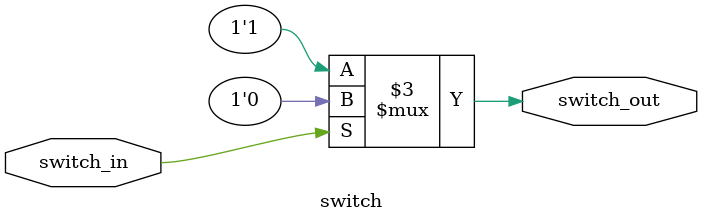
<source format=sv>
module switch (
    input logic switch_in,
    output logic switch_out
);

 always_comb begin
        if(switch_in)
            switch_out = 1'b0;
        else
            switch_out = 1'b1;
    end
endmodule

</source>
